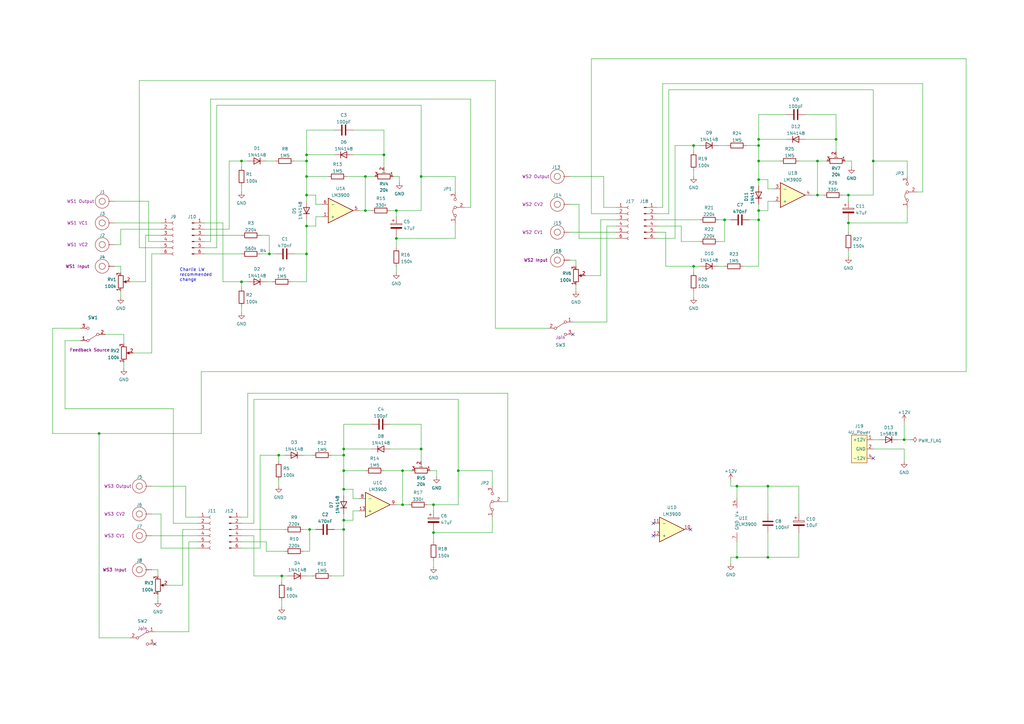
<source format=kicad_sch>
(kicad_sch (version 20211123) (generator eeschema)
  (paper "A3")
  (junction (at 370.84 180.34))
  (junction (at 99.06 66.04))
  (junction (at 149.86 72.39))
  (junction (at 127 217.17))
  (junction (at 162.56 97.79))
  (junction (at 311.15 86.36))
  (junction (at 110.49 104.14))
  (junction (at 165.1 207.01))
  (junction (at 125.73 80.01))
  (junction (at 335.28 66.04))
  (junction (at 172.72 184.15))
  (junction (at 311.15 66.04))
  (junction (at 40.64 177.8))
  (junction (at 342.9 57.15))
  (junction (at 335.28 80.01))
  (junction (at 115.57 236.22))
  (junction (at 302.26 228.6))
  (junction (at 99.06 115.57))
  (junction (at 114.3 186.69))
  (junction (at 177.8 207.01))
  (junction (at 311.15 73.66))
  (junction (at 149.86 86.36))
  (junction (at 140.97 184.15))
  (junction (at 311.15 59.69))
  (junction (at 162.56 86.36))
  (junction (at 125.73 63.5))
  (junction (at 347.98 91.44))
  (junction (at 157.48 63.5))
  (junction (at 284.48 59.69))
  (junction (at 125.73 92.71))
  (junction (at 177.8 218.44))
  (junction (at 125.73 72.39))
  (junction (at 311.15 57.15))
  (junction (at 311.15 90.17))
  (junction (at 314.96 199.39))
  (junction (at 358.14 66.04))
  (junction (at 125.73 104.14))
  (junction (at 140.97 200.66))
  (junction (at 187.96 193.04))
  (junction (at 140.97 186.69))
  (junction (at 302.26 199.39))
  (junction (at 140.97 193.04))
  (junction (at 165.1 193.04))
  (junction (at 140.97 217.17))
  (junction (at 140.97 213.36))
  (junction (at 314.96 228.6))
  (junction (at 284.48 109.22))
  (junction (at 125.73 66.04))
  (junction (at 172.72 72.39))
  (junction (at 347.98 80.01))
  (junction (at 297.18 90.17))
  (no_connect (at 267.97 219.71))
  (no_connect (at 267.97 214.63))
  (no_connect (at 283.21 217.17))
  (no_connect (at 358.14 187.96))
  (no_connect (at 234.95 137.16))
  (no_connect (at 63.5 264.16))
  (wire (pts (xy 129.54 80.01) (xy 129.54 83.82)))
  (wire (pts (xy 46.99 82.55) (xy 60.96 82.55)))
  (wire (pts (xy 177.8 218.44) (xy 177.8 222.25)))
  (wire (pts (xy 165.1 207.01) (xy 167.64 207.01)))
  (wire (pts (xy 236.22 116.84) (xy 236.22 119.38)))
  (wire (pts (xy 172.72 72.39) (xy 172.72 43.18)))
  (wire (pts (xy 88.9 43.18) (xy 88.9 101.6)))
  (wire (pts (xy 144.78 209.55) (xy 144.78 213.36)))
  (wire (pts (xy 284.48 69.85) (xy 284.48 72.39)))
  (wire (pts (xy 140.97 210.82) (xy 140.97 213.36)))
  (wire (pts (xy 172.72 43.18) (xy 88.9 43.18)))
  (wire (pts (xy 115.57 246.38) (xy 115.57 248.92)))
  (wire (pts (xy 284.48 109.22) (xy 287.02 109.22)))
  (wire (pts (xy 302.26 199.39) (xy 302.26 204.47)))
  (wire (pts (xy 46.99 109.22) (xy 49.53 109.22)))
  (wire (pts (xy 187.96 193.04) (xy 201.93 193.04)))
  (wire (pts (xy 370.84 180.34) (xy 370.84 172.72)))
  (wire (pts (xy 358.14 66.04) (xy 372.11 66.04)))
  (wire (pts (xy 274.32 36.83) (xy 274.32 87.63)))
  (wire (pts (xy 140.97 186.69) (xy 140.97 193.04)))
  (wire (pts (xy 347.98 91.44) (xy 372.11 91.44)))
  (wire (pts (xy 140.97 203.2) (xy 140.97 200.66)))
  (wire (pts (xy 162.56 207.01) (xy 165.1 207.01)))
  (wire (pts (xy 125.73 82.55) (xy 125.73 80.01)))
  (wire (pts (xy 99.06 217.17) (xy 116.84 217.17)))
  (wire (pts (xy 311.15 73.66) (xy 314.96 73.66)))
  (wire (pts (xy 242.57 87.63) (xy 252.73 87.63)))
  (wire (pts (xy 99.06 115.57) (xy 101.6 115.57)))
  (wire (pts (xy 50.8 137.16) (xy 50.8 140.97)))
  (wire (pts (xy 57.15 101.6) (xy 66.04 101.6)))
  (wire (pts (xy 157.48 63.5) (xy 157.48 68.58)))
  (wire (pts (xy 74.93 217.17) (xy 74.93 240.03)))
  (wire (pts (xy 396.24 24.13) (xy 396.24 152.4)))
  (wire (pts (xy 347.98 91.44) (xy 347.98 95.25)))
  (wire (pts (xy 40.64 177.8) (xy 82.55 177.8)))
  (wire (pts (xy 83.82 91.44) (xy 91.44 91.44)))
  (wire (pts (xy 140.97 217.17) (xy 137.16 217.17)))
  (wire (pts (xy 144.78 63.5) (xy 157.48 63.5)))
  (wire (pts (xy 162.56 97.79) (xy 162.56 101.6)))
  (wire (pts (xy 99.06 125.73) (xy 99.06 128.27)))
  (wire (pts (xy 140.97 193.04) (xy 149.86 193.04)))
  (wire (pts (xy 311.15 59.69) (xy 311.15 66.04)))
  (wire (pts (xy 49.53 100.33) (xy 49.53 93.98)))
  (wire (pts (xy 62.23 233.68) (xy 64.77 233.68)))
  (wire (pts (xy 125.73 63.5) (xy 137.16 63.5)))
  (wire (pts (xy 40.64 261.62) (xy 53.34 261.62)))
  (wire (pts (xy 71.12 214.63) (xy 81.28 214.63)))
  (wire (pts (xy 99.06 76.2) (xy 99.06 78.74)))
  (wire (pts (xy 124.46 186.69) (xy 128.27 186.69)))
  (wire (pts (xy 119.38 115.57) (xy 125.73 115.57)))
  (wire (pts (xy 59.69 96.52) (xy 59.69 115.57)))
  (wire (pts (xy 99.06 219.71) (xy 104.14 219.71)))
  (wire (pts (xy 276.86 97.79) (xy 269.24 97.79)))
  (wire (pts (xy 104.14 163.83) (xy 104.14 214.63)))
  (wire (pts (xy 140.97 173.99) (xy 140.97 184.15)))
  (wire (pts (xy 43.18 137.16) (xy 50.8 137.16)))
  (wire (pts (xy 127 217.17) (xy 129.54 217.17)))
  (wire (pts (xy 91.44 115.57) (xy 99.06 115.57)))
  (wire (pts (xy 140.97 236.22) (xy 140.97 217.17)))
  (wire (pts (xy 91.44 91.44) (xy 91.44 115.57)))
  (wire (pts (xy 358.14 180.34) (xy 360.68 180.34)))
  (wire (pts (xy 358.14 66.04) (xy 358.14 36.83)))
  (wire (pts (xy 330.2 57.15) (xy 342.9 57.15)))
  (wire (pts (xy 160.02 173.99) (xy 172.72 173.99)))
  (wire (pts (xy 152.4 173.99) (xy 140.97 173.99)))
  (wire (pts (xy 284.48 59.69) (xy 284.48 62.23)))
  (wire (pts (xy 297.18 90.17) (xy 299.72 90.17)))
  (wire (pts (xy 236.22 106.68) (xy 236.22 109.22)))
  (wire (pts (xy 132.08 88.9) (xy 129.54 88.9)))
  (wire (pts (xy 74.93 217.17) (xy 81.28 217.17)))
  (wire (pts (xy 115.57 236.22) (xy 118.11 236.22)))
  (wire (pts (xy 76.2 212.09) (xy 81.28 212.09)))
  (wire (pts (xy 314.96 82.55) (xy 314.96 86.36)))
  (wire (pts (xy 162.56 96.52) (xy 162.56 97.79)))
  (wire (pts (xy 311.15 86.36) (xy 311.15 90.17)))
  (wire (pts (xy 284.48 59.69) (xy 287.02 59.69)))
  (wire (pts (xy 347.98 80.01) (xy 347.98 82.55)))
  (wire (pts (xy 135.89 236.22) (xy 140.97 236.22)))
  (wire (pts (xy 372.11 91.44) (xy 372.11 85.09)))
  (wire (pts (xy 246.38 90.17) (xy 252.73 90.17)))
  (wire (pts (xy 172.72 184.15) (xy 172.72 189.23)))
  (wire (pts (xy 247.65 85.09) (xy 252.73 85.09)))
  (wire (pts (xy 335.28 80.01) (xy 337.82 80.01)))
  (wire (pts (xy 57.15 33.02) (xy 57.15 101.6)))
  (wire (pts (xy 311.15 57.15) (xy 311.15 59.69)))
  (wire (pts (xy 187.96 207.01) (xy 187.96 193.04)))
  (wire (pts (xy 157.48 193.04) (xy 165.1 193.04)))
  (wire (pts (xy 129.54 92.71) (xy 125.73 92.71)))
  (wire (pts (xy 242.57 24.13) (xy 396.24 24.13)))
  (wire (pts (xy 144.78 213.36) (xy 140.97 213.36)))
  (wire (pts (xy 125.73 236.22) (xy 128.27 236.22)))
  (wire (pts (xy 314.96 218.44) (xy 314.96 228.6)))
  (wire (pts (xy 311.15 57.15) (xy 322.58 57.15)))
  (wire (pts (xy 114.3 186.69) (xy 114.3 189.23)))
  (wire (pts (xy 358.14 184.15) (xy 370.84 184.15)))
  (wire (pts (xy 106.68 224.79) (xy 99.06 224.79)))
  (wire (pts (xy 299.72 228.6) (xy 299.72 231.14)))
  (wire (pts (xy 160.02 86.36) (xy 162.56 86.36)))
  (wire (pts (xy 187.96 163.83) (xy 104.14 163.83)))
  (wire (pts (xy 314.96 199.39) (xy 327.66 199.39)))
  (wire (pts (xy 233.68 95.25) (xy 252.73 95.25)))
  (wire (pts (xy 284.48 119.38) (xy 284.48 121.92)))
  (wire (pts (xy 172.72 72.39) (xy 186.69 72.39)))
  (wire (pts (xy 304.8 109.22) (xy 311.15 109.22)))
  (wire (pts (xy 59.69 96.52) (xy 66.04 96.52)))
  (wire (pts (xy 186.69 97.79) (xy 186.69 91.44)))
  (wire (pts (xy 322.58 46.99) (xy 311.15 46.99)))
  (wire (pts (xy 86.36 40.64) (xy 86.36 99.06)))
  (wire (pts (xy 49.53 109.22) (xy 49.53 111.76)))
  (wire (pts (xy 203.2 33.02) (xy 203.2 134.62)))
  (wire (pts (xy 54.61 144.78) (xy 62.23 144.78)))
  (wire (pts (xy 233.68 72.39) (xy 247.65 72.39)))
  (wire (pts (xy 93.98 66.04) (xy 99.06 66.04)))
  (wire (pts (xy 106.68 186.69) (xy 114.3 186.69)))
  (wire (pts (xy 162.56 86.36) (xy 162.56 88.9)))
  (wire (pts (xy 83.82 93.98) (xy 93.98 93.98)))
  (wire (pts (xy 26.67 167.64) (xy 26.67 139.7)))
  (wire (pts (xy 66.04 210.82) (xy 66.04 224.79)))
  (wire (pts (xy 77.47 222.25) (xy 81.28 222.25)))
  (wire (pts (xy 269.24 92.71) (xy 279.4 92.71)))
  (wire (pts (xy 53.34 115.57) (xy 59.69 115.57)))
  (wire (pts (xy 242.57 87.63) (xy 242.57 24.13)))
  (wire (pts (xy 104.14 219.71) (xy 104.14 236.22)))
  (wire (pts (xy 68.58 240.03) (xy 74.93 240.03)))
  (wire (pts (xy 110.49 104.14) (xy 113.03 104.14)))
  (wire (pts (xy 311.15 66.04) (xy 320.04 66.04)))
  (wire (pts (xy 106.68 104.14) (xy 110.49 104.14)))
  (wire (pts (xy 294.64 109.22) (xy 297.18 109.22)))
  (wire (pts (xy 335.28 66.04) (xy 335.28 80.01)))
  (wire (pts (xy 276.86 59.69) (xy 276.86 97.79)))
  (wire (pts (xy 40.64 261.62) (xy 40.64 177.8)))
  (wire (pts (xy 62.23 199.39) (xy 76.2 199.39)))
  (wire (pts (xy 349.25 66.04) (xy 346.71 66.04)))
  (wire (pts (xy 124.46 217.17) (xy 127 217.17)))
  (wire (pts (xy 99.06 115.57) (xy 99.06 118.11)))
  (wire (pts (xy 370.84 184.15) (xy 370.84 189.23)))
  (wire (pts (xy 140.97 193.04) (xy 140.97 200.66)))
  (wire (pts (xy 71.12 167.64) (xy 26.67 167.64)))
  (wire (pts (xy 311.15 109.22) (xy 311.15 90.17)))
  (wire (pts (xy 163.83 72.39) (xy 161.29 72.39)))
  (wire (pts (xy 271.78 34.29) (xy 378.46 34.29)))
  (wire (pts (xy 149.86 86.36) (xy 152.4 86.36)))
  (wire (pts (xy 271.78 85.09) (xy 271.78 34.29)))
  (wire (pts (xy 104.14 236.22) (xy 115.57 236.22)))
  (wire (pts (xy 314.96 86.36) (xy 311.15 86.36)))
  (wire (pts (xy 248.92 92.71) (xy 252.73 92.71)))
  (wire (pts (xy 157.48 53.34) (xy 157.48 63.5)))
  (wire (pts (xy 302.26 228.6) (xy 314.96 228.6)))
  (wire (pts (xy 62.23 104.14) (xy 66.04 104.14)))
  (wire (pts (xy 144.78 53.34) (xy 157.48 53.34)))
  (wire (pts (xy 57.15 33.02) (xy 203.2 33.02)))
  (wire (pts (xy 327.66 218.44) (xy 327.66 228.6)))
  (wire (pts (xy 190.5 85.09) (xy 193.04 85.09)))
  (wire (pts (xy 62.23 104.14) (xy 62.23 144.78)))
  (wire (pts (xy 314.96 73.66) (xy 314.96 77.47)))
  (wire (pts (xy 64.77 233.68) (xy 64.77 236.22)))
  (wire (pts (xy 269.24 95.25) (xy 273.05 95.25)))
  (wire (pts (xy 342.9 46.99) (xy 342.9 57.15)))
  (wire (pts (xy 125.73 66.04) (xy 125.73 72.39)))
  (wire (pts (xy 49.53 93.98) (xy 66.04 93.98)))
  (wire (pts (xy 142.24 72.39) (xy 149.86 72.39)))
  (wire (pts (xy 147.32 209.55) (xy 144.78 209.55)))
  (wire (pts (xy 294.64 59.69) (xy 298.45 59.69)))
  (wire (pts (xy 99.06 214.63) (xy 104.14 214.63)))
  (wire (pts (xy 297.18 90.17) (xy 297.18 99.06)))
  (wire (pts (xy 179.07 195.58) (xy 179.07 193.04)))
  (wire (pts (xy 21.59 134.62) (xy 33.02 134.62)))
  (wire (pts (xy 240.03 113.03) (xy 246.38 113.03)))
  (wire (pts (xy 311.15 90.17) (xy 307.34 90.17)))
  (wire (pts (xy 179.07 193.04) (xy 176.53 193.04)))
  (wire (pts (xy 233.68 106.68) (xy 236.22 106.68)))
  (wire (pts (xy 147.32 86.36) (xy 149.86 86.36)))
  (wire (pts (xy 233.68 83.82) (xy 237.49 83.82)))
  (wire (pts (xy 140.97 213.36) (xy 140.97 217.17)))
  (wire (pts (xy 99.06 212.09) (xy 101.6 212.09)))
  (wire (pts (xy 124.46 226.06) (xy 127 226.06)))
  (wire (pts (xy 284.48 109.22) (xy 284.48 111.76)))
  (wire (pts (xy 109.22 226.06) (xy 116.84 226.06)))
  (wire (pts (xy 46.99 91.44) (xy 66.04 91.44)))
  (wire (pts (xy 335.28 66.04) (xy 339.09 66.04)))
  (wire (pts (xy 106.68 96.52) (xy 110.49 96.52)))
  (wire (pts (xy 347.98 90.17) (xy 347.98 91.44)))
  (wire (pts (xy 237.49 83.82) (xy 237.49 97.79)))
  (wire (pts (xy 127 217.17) (xy 127 226.06)))
  (wire (pts (xy 187.96 193.04) (xy 187.96 163.83)))
  (wire (pts (xy 46.99 100.33) (xy 49.53 100.33)))
  (wire (pts (xy 99.06 222.25) (xy 109.22 222.25)))
  (wire (pts (xy 358.14 80.01) (xy 358.14 66.04)))
  (wire (pts (xy 144.78 200.66) (xy 144.78 204.47)))
  (wire (pts (xy 40.64 177.8) (xy 21.59 177.8)))
  (wire (pts (xy 294.64 99.06) (xy 297.18 99.06)))
  (wire (pts (xy 203.2 134.62) (xy 224.79 134.62)))
  (wire (pts (xy 314.96 228.6) (xy 327.66 228.6)))
  (wire (pts (xy 101.6 212.09) (xy 101.6 161.29)))
  (wire (pts (xy 317.5 82.55) (xy 314.96 82.55)))
  (wire (pts (xy 358.14 36.83) (xy 274.32 36.83)))
  (wire (pts (xy 125.73 53.34) (xy 125.73 63.5)))
  (wire (pts (xy 378.46 34.29) (xy 378.46 78.74)))
  (wire (pts (xy 135.89 186.69) (xy 140.97 186.69)))
  (wire (pts (xy 125.73 90.17) (xy 125.73 92.71)))
  (wire (pts (xy 83.82 104.14) (xy 99.06 104.14)))
  (wire (pts (xy 332.74 80.01) (xy 335.28 80.01)))
  (wire (pts (xy 49.53 119.38) (xy 49.53 121.92)))
  (wire (pts (xy 269.24 85.09) (xy 271.78 85.09)))
  (wire (pts (xy 140.97 184.15) (xy 152.4 184.15)))
  (wire (pts (xy 208.28 161.29) (xy 208.28 205.74)))
  (wire (pts (xy 177.8 207.01) (xy 177.8 209.55)))
  (wire (pts (xy 99.06 66.04) (xy 101.6 66.04)))
  (wire (pts (xy 66.04 224.79) (xy 81.28 224.79)))
  (wire (pts (xy 106.68 186.69) (xy 106.68 224.79)))
  (wire (pts (xy 269.24 90.17) (xy 287.02 90.17)))
  (wire (pts (xy 370.84 180.34) (xy 373.38 180.34)))
  (wire (pts (xy 177.8 218.44) (xy 201.93 218.44)))
  (wire (pts (xy 120.65 104.14) (xy 125.73 104.14)))
  (wire (pts (xy 82.55 152.4) (xy 396.24 152.4)))
  (wire (pts (xy 114.3 186.69) (xy 116.84 186.69)))
  (wire (pts (xy 327.66 199.39) (xy 327.66 210.82)))
  (wire (pts (xy 311.15 46.99) (xy 311.15 57.15)))
  (wire (pts (xy 175.26 207.01) (xy 177.8 207.01)))
  (wire (pts (xy 368.3 180.34) (xy 370.84 180.34)))
  (wire (pts (xy 140.97 200.66) (xy 144.78 200.66)))
  (wire (pts (xy 247.65 72.39) (xy 247.65 85.09)))
  (wire (pts (xy 125.73 104.14) (xy 125.73 115.57)))
  (wire (pts (xy 77.47 222.25) (xy 77.47 259.08)))
  (wire (pts (xy 299.72 228.6) (xy 302.26 228.6)))
  (wire (pts (xy 21.59 177.8) (xy 21.59 134.62)))
  (wire (pts (xy 345.44 80.01) (xy 347.98 80.01)))
  (wire (pts (xy 114.3 196.85) (xy 114.3 199.39)))
  (wire (pts (xy 88.9 101.6) (xy 83.82 101.6)))
  (wire (pts (xy 109.22 66.04) (xy 113.03 66.04)))
  (wire (pts (xy 314.96 199.39) (xy 314.96 210.82)))
  (wire (pts (xy 311.15 83.82) (xy 311.15 86.36)))
  (wire (pts (xy 302.26 222.25) (xy 302.26 228.6)))
  (wire (pts (xy 149.86 72.39) (xy 149.86 86.36)))
  (wire (pts (xy 82.55 177.8) (xy 82.55 152.4)))
  (wire (pts (xy 132.08 83.82) (xy 129.54 83.82)))
  (wire (pts (xy 237.49 97.79) (xy 252.73 97.79)))
  (wire (pts (xy 248.92 92.71) (xy 248.92 132.08)))
  (wire (pts (xy 165.1 193.04) (xy 165.1 207.01)))
  (wire (pts (xy 162.56 109.22) (xy 162.56 111.76)))
  (wire (pts (xy 177.8 217.17) (xy 177.8 218.44)))
  (wire (pts (xy 115.57 236.22) (xy 115.57 238.76)))
  (wire (pts (xy 234.95 132.08) (xy 248.92 132.08)))
  (wire (pts (xy 160.02 184.15) (xy 172.72 184.15)))
  (wire (pts (xy 306.07 59.69) (xy 311.15 59.69)))
  (wire (pts (xy 60.96 82.55) (xy 60.96 99.06)))
  (wire (pts (xy 63.5 259.08) (xy 77.47 259.08)))
  (wire (pts (xy 246.38 90.17) (xy 246.38 113.03)))
  (wire (pts (xy 311.15 66.04) (xy 311.15 73.66)))
  (wire (pts (xy 299.72 199.39) (xy 302.26 199.39)))
  (wire (pts (xy 50.8 148.59) (xy 50.8 151.13)))
  (wire (pts (xy 375.92 78.74) (xy 378.46 78.74)))
  (wire (pts (xy 140.97 184.15) (xy 140.97 186.69)))
  (wire (pts (xy 149.86 72.39) (xy 153.67 72.39)))
  (wire (pts (xy 109.22 115.57) (xy 111.76 115.57)))
  (wire (pts (xy 205.74 205.74) (xy 208.28 205.74)))
  (wire (pts (xy 299.72 196.85) (xy 299.72 199.39)))
  (wire (pts (xy 201.93 218.44) (xy 201.93 212.09)))
  (wire (pts (xy 193.04 40.64) (xy 193.04 85.09)))
  (wire (pts (xy 172.72 86.36) (xy 172.72 72.39)))
  (wire (pts (xy 172.72 173.99) (xy 172.72 184.15)))
  (wire (pts (xy 163.83 74.93) (xy 163.83 72.39)))
  (wire (pts (xy 125.73 92.71) (xy 125.73 104.14)))
  (wire (pts (xy 294.64 90.17) (xy 297.18 90.17)))
  (wire (pts (xy 349.25 68.58) (xy 349.25 66.04)))
  (wire (pts (xy 99.06 66.04) (xy 99.06 68.58)))
  (wire (pts (xy 62.23 219.71) (xy 81.28 219.71)))
  (wire (pts (xy 125.73 80.01) (xy 129.54 80.01)))
  (wire (pts (xy 177.8 229.87) (xy 177.8 232.41)))
  (wire (pts (xy 177.8 207.01) (xy 187.96 207.01)))
  (wire (pts (xy 60.96 99.06) (xy 66.04 99.06)))
  (wire (pts (xy 162.56 97.79) (xy 186.69 97.79)))
  (wire (pts (xy 327.66 66.04) (xy 335.28 66.04)))
  (wire (pts (xy 93.98 66.04) (xy 93.98 93.98)))
  (wire (pts (xy 372.11 66.04) (xy 372.11 72.39)))
  (wire (pts (xy 125.73 63.5) (xy 125.73 66.04)))
  (wire (pts (xy 162.56 86.36) (xy 172.72 86.36)))
  (wire (pts (xy 186.69 72.39) (xy 186.69 78.74)))
  (wire (pts (xy 273.05 95.25) (xy 273.05 109.22)))
  (wire (pts (xy 62.23 210.82) (xy 66.04 210.82)))
  (wire (pts (xy 125.73 72.39) (xy 125.73 80.01)))
  (wire (pts (xy 342.9 57.15) (xy 342.9 62.23)))
  (wire (pts (xy 125.73 72.39) (xy 134.62 72.39)))
  (wire (pts (xy 279.4 92.71) (xy 279.4 99.06)))
  (wire (pts (xy 302.26 199.39) (xy 314.96 199.39)))
  (wire (pts (xy 147.32 204.47) (xy 144.78 204.47)))
  (wire (pts (xy 76.2 199.39) (xy 76.2 212.09)))
  (wire (pts (xy 347.98 102.87) (xy 347.98 105.41)))
  (wire (pts (xy 26.67 139.7) (xy 33.02 139.7)))
  (wire (pts (xy 137.16 53.34) (xy 125.73 53.34)))
  (wire (pts (xy 279.4 99.06) (xy 287.02 99.06)))
  (wire (pts (xy 71.12 167.64) (xy 71.12 214.63)))
  (wire (pts (xy 273.05 109.22) (xy 284.48 109.22)))
  (wire (pts (xy 83.82 96.52) (xy 99.06 96.52)))
  (wire (pts (xy 86.36 99.06) (xy 83.82 99.06)))
  (wire (pts (xy 86.36 40.64) (xy 193.04 40.64)))
  (wire (pts (xy 64.77 243.84) (xy 64.77 246.38)))
  (wire (pts (xy 317.5 77.47) (xy 314.96 77.47)))
  (wire (pts (xy 276.86 59.69) (xy 284.48 59.69)))
  (wire (pts (xy 269.24 87.63) (xy 274.32 87.63)))
  (wire (pts (xy 120.65 66.04) (xy 125.73 66.04)))
  (wire (pts (xy 201.93 193.04) (xy 201.93 199.39)))
  (wire (pts (xy 330.2 46.99) (xy 342.9 46.99)))
  (wire (pts (xy 165.1 193.04) (xy 168.91 193.04)))
  (wire (pts (xy 101.6 161.29) (xy 208.28 161.29)))
  (wire (pts (xy 311.15 76.2) (xy 311.15 73.66)))
  (wire (pts (xy 129.54 88.9) (xy 129.54 92.71)))
  (wire (pts (xy 110.49 104.14) (xy 110.49 96.52)))
  (wire (pts (xy 109.22 222.25) (xy 109.22 226.06)))
  (wire (pts (xy 347.98 80.01) (xy 358.14 80.01)))
  (text "Charlie LW\nrecommended\nchange" (at 73.66 115.57 0) (effects (font (size 1.27 1.27)) (justify left bottom)))
  (symbol (lib_id "power:GND") (at 236.22 119.38 0) (unit 1)
    (property "Reference" "#PWR012" (effects hide))
    (property "Value" "GND" (at 236.22 123.9425 0))
  )
  (symbol (lib_id "Switch:SW_SPDT") (at 229.87 134.62 0) (unit 1)
    (property "Reference" "SW3" (at 229.87 141.5075 0))
    (property "Value" "SW_SPDT" (effects hide))
    (property "Footprint" "rumblesan-standard-parts:Toggle_Switch_100SP1T1B3M2QE" (effects hide))
    (property "Name" "Join" (at 229.87 138.43 0))
  )
  (symbol (lib_id "rumblesan-standard-parts:R") (at 323.85 66.04 270) (unit 1)
    (property "Reference" "R25" (at 323.85 61.0575 90))
    (property "Value" "1M5" (at 323.85 63.8326 90))
    (property "Footprint" "rumblesan-standard-parts:R_Axial_DIN0207_L6.3mm_D2.5mm_P10.16mm_Horizontal" (effects hide))
    (property "Tolerance" "1%" (effects hide))
    (property "Power" "0.5W" (effects hide))
    (property "Spec" "metal film" (effects hide))
  )
  (symbol (lib_id "power:PWR_FLAG") (at 373.38 180.34 270) (unit 1)
    (property "Reference" "#FLG01" (effects hide))
    (property "Value" "PWR_FLAG" (at 376.555 180.7738 90) (effects (justify left)))
  )
  (symbol (lib_id "Device:D") (at 120.65 186.69 180) (unit 1)
    (property "Reference" "D3" (at 120.65 181.4535 0))
    (property "Value" "1N4148" (at 120.65 184.2286 0))
    (property "Footprint" "rumblesan-standard-parts:D_DO-35_SOD27_P7.62mm_Horizontal" (effects hide))
  )
  (symbol (lib_id "rumblesan-standard-parts:R") (at 116.84 66.04 270) (unit 1)
    (property "Reference" "R8" (at 116.84 61.0575 90))
    (property "Value" "1M5" (at 116.84 63.8326 90))
    (property "Footprint" "rumblesan-standard-parts:R_Axial_DIN0207_L6.3mm_D2.5mm_P10.16mm_Horizontal" (effects hide))
    (property "Tolerance" "1%" (effects hide))
    (property "Power" "0.5W" (effects hide))
    (property "Spec" "metal film" (effects hide))
  )
  (symbol (lib_id "power:+12V") (at 299.72 196.85 0) (unit 1)
    (property "Reference" "#PWR015" (effects hide))
    (property "Value" "+12V" (at 299.72 193.2455 0))
  )
  (symbol (lib_id "power:GND") (at 347.98 105.41 0) (unit 1)
    (property "Reference" "#PWR017" (effects hide))
    (property "Value" "GND" (at 347.98 109.9725 0))
  )
  (symbol (lib_name "Jumper_3_Bridged12_1") (lib_id "Jumper:Jumper_3_Bridged12") (at 372.11 78.74 90) (unit 1)
    (property "Reference" "JP3" (at 370.84 71.12 90) (effects (justify left)))
    (property "Value" "Jumper_3_Bridged12" (effects hide))
    (property "Footprint" "Connector_PinHeader_2.54mm:PinHeader_1x03_P2.54mm_Vertical" (effects hide))
  )
  (symbol (lib_id "BananaJacks:Banana Socket PanelMount") (at 41.91 100.33 0) (unit 1)
    (property "Reference" "J2" (at 41.91 96.52 0))
    (property "Value" "Banana Socket PanelMount" (effects hide))
    (property "Footprint" "rumblesan-standard-parts:BananaJack_THT_JohnsonCinch_108-09" (effects hide))
    (property "Vendor" "Mouser" (effects hide))
    (property "SKU" "108-0901-1" (effects hide))
    (property "Note" "BananaJack" (effects hide))
    (property "Name" "WS1 VC2" (at 31.75 100.33 0))
  )
  (symbol (lib_id "Connector:Conn_01x06_Male") (at 93.98 217.17 0) (unit 1)
    (property "Reference" "J12" (at 93.98 209.55 0))
    (property "Value" "Conn_01x06_Male" (effects hide))
    (property "Footprint" "Connector_PinHeader_2.54mm:PinHeader_1x06_P2.54mm_Vertical" (effects hide))
  )
  (symbol (lib_id "BananaJacks:Banana Socket PanelMount") (at 57.15 199.39 0) (unit 1)
    (property "Reference" "J5" (at 58.42 195.58 0) (effects (justify right)))
    (property "Value" "Banana Socket PanelMount" (effects hide))
    (property "Footprint" "rumblesan-standard-parts:BananaJack_THT_JohnsonCinch_108-09" (effects hide))
    (property "Vendor" "Mouser" (effects hide))
    (property "SKU" "108-0901-1" (effects hide))
    (property "Note" "BananaJack" (effects hide))
    (property "Name" "WS3 Output" (at 48.26 199.39 0))
  )
  (symbol (lib_id "power:+12V") (at 370.84 172.72 0) (unit 1)
    (property "Reference" "#PWR019" (effects hide))
    (property "Value" "+12V" (at 370.84 169.1155 0))
  )
  (symbol (lib_id "Device:D") (at 121.92 236.22 180) (unit 1)
    (property "Reference" "D4" (at 121.92 230.9835 0))
    (property "Value" "1N4148" (at 121.92 233.7586 0))
    (property "Footprint" "rumblesan-standard-parts:D_DO-35_SOD27_P7.62mm_Horizontal" (effects hide))
  )
  (symbol (lib_id "power:GND") (at 115.57 248.92 0) (unit 1)
    (property "Reference" "#PWR07" (effects hide))
    (property "Value" "GND" (at 115.57 253.4825 0))
  )
  (symbol (lib_id "BananaJacks:Banana Socket PanelMount") (at 57.15 219.71 0) (unit 1)
    (property "Reference" "J7" (at 57.15 215.9 0))
    (property "Value" "Banana Socket PanelMount" (effects hide))
    (property "Footprint" "rumblesan-standard-parts:BananaJack_THT_JohnsonCinch_108-09" (effects hide))
    (property "Vendor" "Mouser" (effects hide))
    (property "SKU" "108-0901-1" (effects hide))
    (property "Note" "BananaJack" (effects hide))
    (property "Name" "WS3 CV1" (at 46.99 219.71 0))
  )
  (symbol (lib_id "power:GND") (at 64.77 246.38 0) (unit 1)
    (property "Reference" "#PWR03" (effects hide))
    (property "Value" "GND" (at 64.77 250.9425 0))
  )
  (symbol (lib_id "rumblesan-standard-parts:R") (at 300.99 109.22 270) (unit 1)
    (property "Reference" "R23" (at 300.99 104.2375 90))
    (property "Value" "1M5" (at 300.99 107.0126 90))
    (property "Footprint" "rumblesan-standard-parts:R_Axial_DIN0207_L6.3mm_D2.5mm_P10.16mm_Horizontal" (effects hide))
    (property "Tolerance" "1%" (effects hide))
    (property "Power" "0.5W" (effects hide))
    (property "Spec" "metal film" (effects hide))
  )
  (symbol (lib_id "power:GND") (at 284.48 72.39 0) (unit 1)
    (property "Reference" "#PWR013" (effects hide))
    (property "Value" "GND" (at 284.48 76.9525 0))
  )
  (symbol (lib_id "BananaJacks:Banana Socket PanelMount") (at 228.6 95.25 0) (unit 1)
    (property "Reference" "J15" (at 228.6 91.44 0))
    (property "Value" "Banana Socket PanelMount" (effects hide))
    (property "Footprint" "rumblesan-standard-parts:BananaJack_THT_JohnsonCinch_108-09" (effects hide))
    (property "Vendor" "Mouser" (effects hide))
    (property "SKU" "108-0901-1" (effects hide))
    (property "Note" "BananaJack" (effects hide))
    (property "Name" "WS2 CV1" (at 218.44 95.25 0))
  )
  (symbol (lib_id "Connector:Conn_01x06_Female") (at 86.36 217.17 0) (unit 1)
    (property "Reference" "J11" (at 85.09 209.55 0) (effects (justify left)))
    (property "Value" "Conn_01x06_Female" (effects hide))
    (property "Footprint" "Connector_PinSocket_2.54mm:PinSocket_1x06_P2.54mm_Vertical" (effects hide))
  )
  (symbol (lib_id "rumblesan-standard-parts:C") (at 314.96 214.63 0) (unit 1)
    (property "Reference" "C8" (at 317.881 213.7953 0) (effects (justify left)))
    (property "Value" "100nF" (at 317.881 216.3322 0) (effects (justify left)))
    (property "Footprint" "rumblesan-standard-parts:C_Rect_L7.0mm_W3.5mm_P5.00mm" (effects hide))
    (property "Spec" "ceramic C0G" (effects hide))
    (property "Tolerance" "5%" (effects hide))
  )
  (symbol (lib_id "Switch:SW_SPDT") (at 38.1 137.16 180) (unit 1)
    (property "Reference" "SW1" (at 38.1 130.2725 0))
    (property "Value" "SW_SPDT" (effects hide))
    (property "Footprint" "rumblesan-standard-parts:Toggle_Switch_100SP1T1B3M2QE" (effects hide))
    (property "Name" "Feedback Source" (at 36.83 143.51 0))
  )
  (symbol (lib_id "rumblesan-standard-parts:C") (at 116.84 104.14 90) (unit 1)
    (property "Reference" "C1" (at 116.84 98.0145 90))
    (property "Value" "470nF" (at 116.84 100.7896 90))
    (property "Footprint" "rumblesan-standard-parts:C_Rect_L7.0mm_W3.5mm_P5.00mm" (effects hide))
    (property "Spec" "ceramic C0G" (effects hide))
    (property "Tolerance" "5%" (effects hide))
  )
  (symbol (lib_id "BananaJacks:Banana Socket PanelMount") (at 41.91 82.55 0) (unit 1)
    (property "Reference" "J1" (at 43.18 78.74 0) (effects (justify right)))
    (property "Value" "Banana Socket PanelMount" (effects hide))
    (property "Footprint" "rumblesan-standard-parts:BananaJack_THT_JohnsonCinch_108-09" (effects hide))
    (property "Vendor" "Mouser" (effects hide))
    (property "SKU" "108-0901-1" (effects hide))
    (property "Note" "BananaJack" (effects hide))
    (property "Name" "WS1 Output" (at 33.02 82.55 0))
  )
  (symbol (lib_id "rumblesan-standard-parts:R") (at 138.43 72.39 270) (unit 1)
    (property "Reference" "R13" (at 138.43 67.4075 90))
    (property "Value" "1M5" (at 138.43 70.1826 90))
    (property "Footprint" "rumblesan-standard-parts:R_Axial_DIN0207_L6.3mm_D2.5mm_P10.16mm_Horizontal" (effects hide))
    (property "Tolerance" "1%" (effects hide))
    (property "Power" "0.5W" (effects hide))
    (property "Spec" "metal film" (effects hide))
  )
  (symbol (lib_id "Device:D") (at 290.83 59.69 180) (unit 1)
    (property "Reference" "D9" (at 290.83 54.4535 0))
    (property "Value" "1N4148" (at 290.83 57.2286 0))
    (property "Footprint" "rumblesan-standard-parts:D_DO-35_SOD27_P7.62mm_Horizontal" (effects hide))
  )
  (symbol (lib_id "Device:D") (at 156.21 184.15 0) (unit 1)
    (property "Reference" "D8" (at 156.21 178.9135 0))
    (property "Value" "1N4148" (at 156.21 181.6886 0))
    (property "Footprint" "rumblesan-standard-parts:D_DO-35_SOD27_P7.62mm_Horizontal" (effects hide))
  )
  (symbol (lib_id "BananaJacks:Banana Socket PanelMount") (at 41.91 91.44 0) (unit 1)
    (property "Reference" "J3" (at 41.91 87.63 0))
    (property "Value" "Banana Socket PanelMount" (effects hide))
    (property "Footprint" "rumblesan-standard-parts:BananaJack_THT_JohnsonCinch_108-09" (effects hide))
    (property "Vendor" "Mouser" (effects hide))
    (property "SKU" "108-0901-1" (effects hide))
    (property "Note" "BananaJack" (effects hide))
    (property "Name" "WS1 VC1" (at 31.75 91.44 0))
  )
  (symbol (lib_id "power:GND") (at 177.8 232.41 0) (unit 1)
    (property "Reference" "#PWR010" (effects hide))
    (property "Value" "GND" (at 177.8 236.9725 0))
  )
  (symbol (lib_id "rumblesan-standard-parts:R") (at 347.98 99.06 0) (unit 1)
    (property "Reference" "R27" (at 349.758 98.1515 0) (effects (justify left)))
    (property "Value" "150k" (at 349.758 100.9266 0) (effects (justify left)))
    (property "Footprint" "rumblesan-standard-parts:R_Axial_DIN0207_L6.3mm_D2.5mm_P10.16mm_Horizontal" (effects hide))
    (property "Tolerance" "1%" (effects hide))
    (property "Power" "0.5W" (effects hide))
    (property "Spec" "metal film" (effects hide))
  )
  (symbol (lib_id "BananaJacks:Banana Socket PanelMount") (at 228.6 72.39 0) (unit 1)
    (property "Reference" "J13" (at 229.87 68.58 0) (effects (justify right)))
    (property "Value" "Banana Socket PanelMount" (effects hide))
    (property "Footprint" "rumblesan-standard-parts:BananaJack_THT_JohnsonCinch_108-09" (effects hide))
    (property "Vendor" "Mouser" (effects hide))
    (property "SKU" "108-0901-1" (effects hide))
    (property "Note" "BananaJack" (effects hide))
    (property "Name" "WS2 Output" (at 219.71 72.39 0))
  )
  (symbol (lib_id "Device:D") (at 125.73 86.36 90) (unit 1)
    (property "Reference" "D5" (at 120.65 85.09 0) (effects (justify right)))
    (property "Value" "1N4148" (at 123.19 82.55 0) (effects (justify right)))
    (property "Footprint" "rumblesan-standard-parts:D_DO-35_SOD27_P7.62mm_Horizontal" (effects hide))
  )
  (symbol (lib_id "Device:D") (at 140.97 207.01 90) (unit 1)
    (property "Reference" "D7" (at 135.89 205.74 0) (effects (justify right)))
    (property "Value" "1N4148" (at 138.43 203.2 0) (effects (justify right)))
    (property "Footprint" "rumblesan-standard-parts:D_DO-35_SOD27_P7.62mm_Horizontal" (effects hide))
  )
  (symbol (lib_id "rumblesan-standard-parts:R_Potentiometer_Trim") (at 342.9 66.04 270) (mirror x) (unit 1)
    (property "Reference" "RV7" (at 342.9 69.0864 90))
    (property "Value" "20k" (at 342.9 71.6233 90))
    (property "Footprint" "rumblesan-standard-parts:Potentiometer_THT_Bourns_3306P_Vertical" (effects hide))
    (property "Spec" "single turn" (effects hide))
  )
  (symbol (lib_id "BananaJacks:Banana Socket PanelMount") (at 57.15 210.82 0) (unit 1)
    (property "Reference" "J6" (at 57.15 207.01 0))
    (property "Value" "Banana Socket PanelMount" (effects hide))
    (property "Footprint" "rumblesan-standard-parts:BananaJack_THT_JohnsonCinch_108-09" (effects hide))
    (property "Vendor" "Mouser" (effects hide))
    (property "SKU" "108-0901-1" (effects hide))
    (property "Note" "BananaJack" (effects hide))
    (property "Name" "WS3 CV2" (at 46.99 210.82 0))
  )
  (symbol (lib_id "rumblesan-standard-parts:R") (at 120.65 217.17 270) (unit 1)
    (property "Reference" "R9" (at 120.65 212.1875 90))
    (property "Value" "220k" (at 120.65 214.9626 90))
    (property "Footprint" "rumblesan-standard-parts:R_Axial_DIN0207_L6.3mm_D2.5mm_P10.16mm_Horizontal" (effects hide))
    (property "Tolerance" "1%" (effects hide))
    (property "Power" "0.5W" (effects hide))
    (property "Spec" "metal film" (effects hide))
  )
  (symbol (lib_id "rumblesan-standard-parts:R") (at 132.08 236.22 270) (unit 1)
    (property "Reference" "R11" (at 132.08 231.2375 90))
    (property "Value" "1M5" (at 132.08 234.0126 90))
    (property "Footprint" "rumblesan-standard-parts:R_Axial_DIN0207_L6.3mm_D2.5mm_P10.16mm_Horizontal" (effects hide))
    (property "Tolerance" "1%" (effects hide))
    (property "Power" "0.5W" (effects hide))
    (property "Spec" "metal film" (effects hide))
  )
  (symbol (lib_id "OpAmps:LM3900") (at 154.94 207.01 0) (mirror x) (unit 3)
    (property "Reference" "U1" (at 154.94 197.9635 0))
    (property "Value" "LM3900" (at 154.94 200.7386 0))
    (property "Footprint" "rumblesan-standard-parts:DIP-14_W7.62mm_Socket" (effects hide))
    (property "Datasheet" "https://www.ti.com/lit/ds/symlink/lm3900.pdf" (effects hide))
  )
  (symbol (lib_id "Connector:Conn_01x06_Male") (at 78.74 96.52 0) (unit 1)
    (property "Reference" "J10" (at 78.74 88.9 0))
    (property "Value" "Conn_01x06_Male" (effects hide))
    (property "Footprint" "Connector_PinHeader_2.54mm:PinHeader_1x06_P2.54mm_Vertical" (effects hide))
  )
  (symbol (lib_id "rumblesan-standard-parts:R") (at 102.87 96.52 270) (unit 1)
    (property "Reference" "R3" (at 102.87 91.5375 90))
    (property "Value" "220k" (at 102.87 94.3126 90))
    (property "Footprint" "rumblesan-standard-parts:R_Axial_DIN0207_L6.3mm_D2.5mm_P10.16mm_Horizontal" (effects hide))
    (property "Tolerance" "1%" (effects hide))
    (property "Power" "0.5W" (effects hide))
    (property "Spec" "metal film" (effects hide))
  )
  (symbol (lib_id "rumblesan-standard-parts:R") (at 290.83 99.06 270) (unit 1)
    (property "Reference" "R22" (at 290.83 94.0775 90))
    (property "Value" "220k" (at 290.83 96.8526 90))
    (property "Footprint" "rumblesan-standard-parts:R_Axial_DIN0207_L6.3mm_D2.5mm_P10.16mm_Horizontal" (effects hide))
    (property "Tolerance" "1%" (effects hide))
    (property "Power" "0.5W" (effects hide))
    (property "Spec" "metal film" (effects hide))
  )
  (symbol (lib_id "power:GND") (at 349.25 68.58 0) (unit 1)
    (property "Reference" "#PWR018" (effects hide))
    (property "Value" "GND" (at 349.25 73.1425 0))
  )
  (symbol (lib_id "power:GND") (at 179.07 195.58 0) (unit 1)
    (property "Reference" "#PWR011" (effects hide))
    (property "Value" "GND" (at 179.07 200.1425 0))
  )
  (symbol (lib_id "Connector:Conn_01x06_Male") (at 264.16 90.17 0) (unit 1)
    (property "Reference" "J18" (at 264.16 82.55 0))
    (property "Value" "Conn_01x06_Male" (effects hide))
    (property "Footprint" "Connector_PinHeader_2.54mm:PinHeader_1x06_P2.54mm_Vertical" (effects hide))
  )
  (symbol (lib_id "rumblesan-standard-parts:R") (at 114.3 193.04 0) (unit 1)
    (property "Reference" "R5" (at 116.078 192.1315 0) (effects (justify left)))
    (property "Value" "100k" (at 116.078 194.9066 0) (effects (justify left)))
    (property "Footprint" "rumblesan-standard-parts:R_Axial_DIN0207_L6.3mm_D2.5mm_P10.16mm_Horizontal" (effects hide))
    (property "Tolerance" "1%" (effects hide))
    (property "Power" "0.5W" (effects hide))
    (property "Spec" "metal film" (effects hide))
  )
  (symbol (lib_id "Device:R_Potentiometer") (at 64.77 240.03 0) (mirror x) (unit 1)
    (property "Reference" "RV3" (at 62.9921 239.1215 0) (effects (justify right)))
    (property "Value" "100k" (at 62.9921 241.8966 0) (effects (justify right)))
    (property "Footprint" "rumblesan-standard-parts:Potentiometer_Alpha_RD901F-40-00D_Single_Vertical" (effects hide))
  )
  (symbol (lib_id "rumblesan-standard-parts:R") (at 132.08 186.69 270) (unit 1)
    (property "Reference" "R12" (at 132.08 181.7075 90))
    (property "Value" "1M5" (at 132.08 184.4826 90))
    (property "Footprint" "rumblesan-standard-parts:R_Axial_DIN0207_L6.3mm_D2.5mm_P10.16mm_Horizontal" (effects hide))
    (property "Tolerance" "1%" (effects hide))
    (property "Power" "0.5W" (effects hide))
    (property "Spec" "metal film" (effects hide))
  )
  (symbol (lib_id "rumblesan-standard-parts:R") (at 102.87 104.14 270) (unit 1)
    (property "Reference" "R4" (at 107.95 102.87 90))
    (property "Value" "560k" (at 102.87 101.9326 90))
    (property "Footprint" "rumblesan-standard-parts:R_Axial_DIN0207_L6.3mm_D2.5mm_P10.16mm_Horizontal" (effects hide))
    (property "Tolerance" "1%" (effects hide))
    (property "Power" "0.5W" (effects hide))
    (property "Spec" "metal film" (effects hide))
  )
  (symbol (lib_id "Connector:Conn_01x06_Female") (at 71.12 96.52 0) (unit 1)
    (property "Reference" "J9" (at 69.85 88.9 0) (effects (justify left)))
    (property "Value" "Conn_01x06_Female" (effects hide))
    (property "Footprint" "Connector_PinSocket_2.54mm:PinSocket_1x06_P2.54mm_Vertical" (effects hide))
  )
  (symbol (lib_id "power:GND") (at 163.83 74.93 0) (unit 1)
    (property "Reference" "#PWR09" (effects hide))
    (property "Value" "GND" (at 163.83 79.4925 0))
  )
  (symbol (lib_id "rumblesan-standard-parts:R") (at 115.57 115.57 270) (unit 1)
    (property "Reference" "R7" (at 115.57 110.5875 90))
    (property "Value" "1M5" (at 115.57 113.3626 90))
    (property "Footprint" "rumblesan-standard-parts:R_Axial_DIN0207_L6.3mm_D2.5mm_P10.16mm_Horizontal" (effects hide))
    (property "Tolerance" "1%" (effects hide))
    (property "Power" "0.5W" (effects hide))
    (property "Spec" "metal film" (effects hide))
  )
  (symbol (lib_id "Device:D") (at 140.97 63.5 0) (unit 1)
    (property "Reference" "D6" (at 140.97 58.2635 0))
    (property "Value" "1N4148" (at 140.97 61.0386 0))
    (property "Footprint" "rumblesan-standard-parts:D_DO-35_SOD27_P7.62mm_Horizontal" (effects hide))
  )
  (symbol (lib_id "rumblesan-standard-parts:R") (at 284.48 115.57 0) (unit 1)
    (property "Reference" "R20" (at 286.258 114.6615 0) (effects (justify left)))
    (property "Value" "100k" (at 286.258 117.4366 0) (effects (justify left)))
    (property "Footprint" "rumblesan-standard-parts:R_Axial_DIN0207_L6.3mm_D2.5mm_P10.16mm_Horizontal" (effects hide))
    (property "Tolerance" "1%" (effects hide))
    (property "Power" "0.5W" (effects hide))
    (property "Spec" "metal film" (effects hide))
  )
  (symbol (lib_id "power:GND") (at 284.48 121.92 0) (unit 1)
    (property "Reference" "#PWR014" (effects hide))
    (property "Value" "GND" (at 284.48 126.4825 0))
  )
  (symbol (lib_id "Device:D") (at 105.41 66.04 180) (unit 1)
    (property "Reference" "D1" (at 105.41 60.8035 0))
    (property "Value" "1N4148" (at 105.41 63.5786 0))
    (property "Footprint" "rumblesan-standard-parts:D_DO-35_SOD27_P7.62mm_Horizontal" (effects hide))
  )
  (symbol (lib_id "power:GND") (at 99.06 128.27 0) (unit 1)
    (property "Reference" "#PWR05" (effects hide))
    (property "Value" "GND" (at 99.06 132.8325 0))
  )
  (symbol (lib_id "rumblesan-standard-parts:R") (at 99.06 121.92 0) (unit 1)
    (property "Reference" "R2" (at 100.838 121.0115 0) (effects (justify left)))
    (property "Value" "100k" (at 100.838 123.7866 0) (effects (justify left)))
    (property "Footprint" "rumblesan-standard-parts:R_Axial_DIN0207_L6.3mm_D2.5mm_P10.16mm_Horizontal" (effects hide))
    (property "Tolerance" "1%" (effects hide))
    (property "Power" "0.5W" (effects hide))
    (property "Spec" "metal film" (effects hide))
  )
  (symbol (lib_id "power:GND") (at 162.56 111.76 0) (unit 1)
    (property "Reference" "#PWR08" (effects hide))
    (property "Value" "GND" (at 162.56 116.3225 0))
  )
  (symbol (lib_id "power:GND") (at 99.06 78.74 0) (unit 1)
    (property "Reference" "#PWR04" (effects hide))
    (property "Value" "GND" (at 99.06 83.3025 0))
  )
  (symbol (lib_id "BananaJacks:Banana Socket PanelMount") (at 57.15 233.68 0) (unit 1)
    (property "Reference" "J8" (at 57.15 229.87 0))
    (property "Value" "Banana Socket PanelMount" (effects hide))
    (property "Footprint" "rumblesan-standard-parts:BananaJack_THT_JohnsonCinch_108-09" (effects hide))
    (property "Vendor" "Mouser" (effects hide))
    (property "SKU" "108-0901-1" (effects hide))
    (property "Note" "BananaJack" (effects hide))
    (property "Name" "WS3 Input" (at 46.99 233.68 0))
  )
  (symbol (lib_id "Device:R_Potentiometer") (at 236.22 113.03 0) (mirror x) (unit 1)
    (property "Reference" "RV6" (at 234.4421 112.1215 0) (effects (justify right)))
    (property "Value" "100k" (at 234.4421 114.8966 0) (effects (justify right)))
    (property "Footprint" "rumblesan-standard-parts:Potentiometer_Alpha_RD901F-40-00D_Single_Vertical" (effects hide))
  )
  (symbol (lib_id "BananaJacks:Banana Socket PanelMount") (at 228.6 106.68 0) (unit 1)
    (property "Reference" "J16" (at 228.6 102.87 0))
    (property "Value" "Banana Socket PanelMount" (effects hide))
    (property "Footprint" "rumblesan-standard-parts:BananaJack_THT_JohnsonCinch_108-09" (effects hide))
    (property "Vendor" "Mouser" (effects hide))
    (property "SKU" "108-0901-1" (effects hide))
    (property "Note" "BananaJack" (effects hide))
    (property "Name" "WS2 Input" (at 219.71 106.68 0))
  )
  (symbol (lib_id "rumblesan-standard-parts:C") (at 140.97 53.34 90) (unit 1)
    (property "Reference" "C3" (at 140.97 47.2145 90))
    (property "Value" "100pF" (at 140.97 49.9896 90))
    (property "Footprint" "rumblesan-standard-parts:C_Rect_L7.0mm_W3.5mm_P5.00mm" (effects hide))
    (property "Spec" "ceramic C0G" (effects hide))
    (property "Tolerance" "5%" (effects hide))
  )
  (symbol (lib_id "power:GND") (at 50.8 151.13 0) (unit 1)
    (property "Reference" "#PWR02" (effects hide))
    (property "Value" "GND" (at 50.8 155.6925 0))
  )
  (symbol (lib_id "power:GND") (at 49.53 121.92 0) (unit 1)
    (property "Reference" "#PWR01" (effects hide))
    (property "Value" "GND" (at 49.53 126.4825 0))
  )
  (symbol (lib_id "Device:R_Potentiometer") (at 49.53 115.57 0) (mirror x) (unit 1)
    (property "Reference" "RV1" (at 47.7521 114.6615 0) (effects (justify right)))
    (property "Value" "100k" (at 47.7521 117.4366 0) (effects (justify right)))
    (property "Footprint" "rumblesan-standard-parts:Potentiometer_Alpha_RD901F-40-00D_Single_Vertical" (effects hide))
  )
  (symbol (lib_id "rumblesan-standard-parts:C") (at 133.35 217.17 90) (unit 1)
    (property "Reference" "C2" (at 133.35 211.0445 90))
    (property "Value" "470nF" (at 133.35 213.8196 90))
    (property "Footprint" "rumblesan-standard-parts:C_Rect_L7.0mm_W3.5mm_P5.00mm" (effects hide))
    (property "Spec" "ceramic C0G" (effects hide))
    (property "Tolerance" "5%" (effects hide))
  )
  (symbol (lib_id "Device:D") (at 364.49 180.34 180) (unit 1)
    (property "Reference" "D13" (at 364.49 175.3702 0))
    (property "Value" "1n5818" (at 364.49 177.9071 0))
    (property "Footprint" "rumblesan-standard-parts:D_DO-41_SOD81_P10.16mm_Horizontal" (effects hide))
  )
  (symbol (lib_id "rumblesan-standard-parts:C_Polarized") (at 347.98 86.36 0) (unit 1)
    (property "Reference" "C11" (at 350.901 84.5625 0) (effects (justify left)))
    (property "Value" "47uF" (at 350.901 87.3376 0) (effects (justify left)))
    (property "Footprint" "rumblesan-standard-parts:CP_Radial_D5.0mm_P2.00mm" (effects hide))
    (property "Spec" "electrolytic" (effects hide))
    (property "Tolerance" "20%" (effects hide))
    (property "Voltage" "50v" (effects hide))
  )
  (symbol (lib_id "rumblesan-standard-parts:R") (at 156.21 86.36 270) (unit 1)
    (property "Reference" "R15" (at 156.21 81.3775 90))
    (property "Value" "330r" (at 156.21 84.1526 90))
    (property "Footprint" "rumblesan-standard-parts:R_Axial_DIN0207_L6.3mm_D2.5mm_P10.16mm_Horizontal" (effects hide))
    (property "Tolerance" "1%" (effects hide))
    (property "Power" "0.5W" (effects hide))
    (property "Spec" "metal film" (effects hide))
  )
  (symbol (lib_id "rumblesan-standard-parts:R_Potentiometer_Trim") (at 157.48 72.39 270) (mirror x) (unit 1)
    (property "Reference" "RV4" (at 157.48 75.4364 90))
    (property "Value" "20k" (at 157.48 77.9733 90))
    (property "Footprint" "rumblesan-standard-parts:Potentiometer_THT_Bourns_3306P_Vertical" (effects hide))
    (property "Spec" "single turn" (effects hide))
  )
  (symbol (lib_id "rumblesan-standard-parts:R") (at 341.63 80.01 270) (unit 1)
    (property "Reference" "R26" (at 341.63 75.0275 90))
    (property "Value" "330r" (at 341.63 77.8026 90))
    (property "Footprint" "rumblesan-standard-parts:R_Axial_DIN0207_L6.3mm_D2.5mm_P10.16mm_Horizontal" (effects hide))
    (property "Tolerance" "1%" (effects hide))
    (property "Power" "0.5W" (effects hide))
    (property "Spec" "metal film" (effects hide))
  )
  (symbol (lib_name "Jumper_3_Bridged12_2") (lib_id "Jumper:Jumper_3_Bridged12") (at 186.69 85.09 90) (unit 1)
    (property "Reference" "JP1" (at 185.42 77.47 90) (effects (justify left)))
    (property "Value" "Jumper_3_Bridged12" (effects hide))
    (property "Footprint" "Connector_PinHeader_2.54mm:PinHeader_1x03_P2.54mm_Vertical" (effects hide))
  )
  (symbol (lib_id "Connector:Conn_01x06_Female") (at 257.81 90.17 0) (unit 1)
    (property "Reference" "J17" (at 256.54 82.55 0) (effects (justify left)))
    (property "Value" "Conn_01x06_Female" (effects hide))
    (property "Footprint" "Connector_PinSocket_2.54mm:PinSocket_1x06_P2.54mm_Vertical" (effects hide))
  )
  (symbol (lib_id "4U_Hardware:4U_Power") (at 351.79 184.15 0) (unit 1)
    (property "Reference" "J19" (at 352.425 174.786 0))
    (property "Value" "4U_Power" (at 352.425 177.3229 0))
    (property "Footprint" "4u-power:4u_Power_Molex_KK-254_P2.54mm" (effects hide))
  )
  (symbol (lib_id "rumblesan-standard-parts:R") (at 153.67 193.04 270) (unit 1)
    (property "Reference" "R14" (at 153.67 188.0575 90))
    (property "Value" "1M5" (at 153.67 190.8326 90))
    (property "Footprint" "rumblesan-standard-parts:R_Axial_DIN0207_L6.3mm_D2.5mm_P10.16mm_Horizontal" (effects hide))
    (property "Tolerance" "1%" (effects hide))
    (property "Power" "0.5W" (effects hide))
    (property "Spec" "metal film" (effects hide))
  )
  (symbol (lib_id "power:GND") (at 370.84 189.23 0) (unit 1)
    (property "Reference" "#PWR020" (effects hide))
    (property "Value" "GND" (at 370.84 193.7925 0))
  )
  (symbol (lib_id "rumblesan-standard-parts:R_Potentiometer_Trim") (at 172.72 193.04 270) (mirror x) (unit 1)
    (property "Reference" "RV5" (at 172.72 196.0864 90))
    (property "Value" "20k" (at 172.72 198.6233 90))
    (property "Footprint" "rumblesan-standard-parts:Potentiometer_THT_Bourns_3306P_Vertical" (effects hide))
    (property "Spec" "single turn" (effects hide))
  )
  (symbol (lib_id "Device:D") (at 290.83 109.22 180) (unit 1)
    (property "Reference" "D10" (at 290.83 103.9835 0))
    (property "Value" "1N4148" (at 290.83 106.7586 0))
    (property "Footprint" "rumblesan-standard-parts:D_DO-35_SOD27_P7.62mm_Horizontal" (effects hide))
  )
  (symbol (lib_id "rumblesan-standard-parts:R") (at 290.83 90.17 270) (unit 1)
    (property "Reference" "R21" (at 290.83 85.1875 90))
    (property "Value" "220k" (at 290.83 87.9626 90))
    (property "Footprint" "rumblesan-standard-parts:R_Axial_DIN0207_L6.3mm_D2.5mm_P10.16mm_Horizontal" (effects hide))
    (property "Tolerance" "1%" (effects hide))
    (property "Power" "0.5W" (effects hide))
    (property "Spec" "metal film" (effects hide))
  )
  (symbol (lib_id "Device:D") (at 311.15 80.01 90) (unit 1)
    (property "Reference" "D11" (at 306.07 78.74 0) (effects (justify right)))
    (property "Value" "1N4148" (at 308.61 76.2 0) (effects (justify right)))
    (property "Footprint" "rumblesan-standard-parts:D_DO-35_SOD27_P7.62mm_Horizontal" (effects hide))
  )
  (symbol (lib_id "BananaJacks:Banana Socket PanelMount") (at 228.6 83.82 0) (unit 1)
    (property "Reference" "J14" (at 228.6 80.01 0))
    (property "Value" "Banana Socket PanelMount" (effects hide))
    (property "Footprint" "rumblesan-standard-parts:BananaJack_THT_JohnsonCinch_108-09" (effects hide))
    (property "Vendor" "Mouser" (effects hide))
    (property "SKU" "108-0901-1" (effects hide))
    (property "Note" "BananaJack" (effects hide))
    (property "Name" "WS2 CV2" (at 218.44 83.82 0))
  )
  (symbol (lib_id "rumblesan-standard-parts:R") (at 171.45 207.01 270) (unit 1)
    (property "Reference" "R17" (at 171.45 202.0275 90))
    (property "Value" "330r" (at 171.45 204.8026 90))
    (property "Footprint" "rumblesan-standard-parts:R_Axial_DIN0207_L6.3mm_D2.5mm_P10.16mm_Horizontal" (effects hide))
    (property "Tolerance" "1%" (effects hide))
    (property "Power" "0.5W" (effects hide))
    (property "Spec" "metal film" (effects hide))
  )
  (symbol (lib_id "Jumper:Jumper_3_Bridged12") (at 201.93 205.74 90) (unit 1)
    (property "Reference" "JP2" (at 200.66 198.12 90) (effects (justify left)))
    (property "Value" "Jumper_3_Bridged12" (effects hide))
    (property "Footprint" "Connector_PinHeader_2.54mm:PinHeader_1x03_P2.54mm_Vertical" (effects hide))
  )
  (symbol (lib_id "Device:D") (at 105.41 115.57 180) (unit 1)
    (property "Reference" "D2" (at 105.41 110.3335 0))
    (property "Value" "1N4148" (at 105.41 113.1086 0))
    (property "Footprint" "rumblesan-standard-parts:D_DO-35_SOD27_P7.62mm_Horizontal" (effects hide))
  )
  (symbol (lib_id "OpAmps:LM3900") (at 275.59 217.17 0) (mirror x) (unit 4)
    (property "Reference" "U1" (at 275.59 208.1235 0))
    (property "Value" "LM3900" (at 275.59 210.8986 0))
    (property "Footprint" "rumblesan-standard-parts:DIP-14_W7.62mm_Socket" (effects hide))
    (property "Datasheet" "https://www.ti.com/lit/ds/symlink/lm3900.pdf" (effects hide))
  )
  (symbol (lib_id "BananaJacks:Banana Socket PanelMount") (at 41.91 109.22 0) (unit 1)
    (property "Reference" "J4" (at 41.91 105.41 0))
    (property "Value" "Banana Socket PanelMount" (effects hide))
    (property "Footprint" "rumblesan-standard-parts:BananaJack_THT_JohnsonCinch_108-09" (effects hide))
    (property "Vendor" "Mouser" (effects hide))
    (property "SKU" "108-0901-1" (effects hide))
    (property "Note" "BananaJack" (effects hide))
    (property "Name" "WS1 Input" (at 31.75 109.22 0))
  )
  (symbol (lib_id "rumblesan-standard-parts:R") (at 162.56 105.41 0) (unit 1)
    (property "Reference" "R16" (at 164.338 104.5015 0) (effects (justify left)))
    (property "Value" "150k" (at 164.338 107.2766 0) (effects (justify left)))
    (property "Footprint" "rumblesan-standard-parts:R_Axial_DIN0207_L6.3mm_D2.5mm_P10.16mm_Horizontal" (effects hide))
    (property "Tolerance" "1%" (effects hide))
    (property "Power" "0.5W" (effects hide))
    (property "Spec" "metal film" (effects hide))
  )
  (symbol (lib_id "rumblesan-standard-parts:C_Polarized") (at 327.66 214.63 0) (unit 1)
    (property "Reference" "C10" (at 330.581 212.9063 0) (effects (justify left)))
    (property "Value" "10uF" (at 330.581 215.4432 0) (effects (justify left)))
    (property "Footprint" "rumblesan-standard-parts:CP_Radial_D5.0mm_P2.00mm" (effects hide))
    (property "Spec" "electrolytic" (effects hide))
    (property "Tolerance" "20%" (effects hide))
    (property "Voltage" "50v" (effects hide))
  )
  (symbol (lib_id "power:GND") (at 114.3 199.39 0) (unit 1)
    (property "Reference" "#PWR06" (effects hide))
    (property "Value" "GND" (at 114.3 203.9525 0))
  )
  (symbol (lib_id "Device:R_Potentiometer") (at 50.8 144.78 0) (mirror x) (unit 1)
    (property "Reference" "RV2" (at 49.0221 143.8715 0) (effects (justify right)))
    (property "Value" "100k" (at 49.0221 146.6466 0) (effects (justify right)))
    (property "Footprint" "rumblesan-standard-parts:Potentiometer_Alpha_RD901F-40-00D_Single_Vertical" (effects hide))
  )
  (symbol (lib_id "rumblesan-standard-parts:R") (at 302.26 59.69 270) (unit 1)
    (property "Reference" "R24" (at 302.26 54.7075 90))
    (property "Value" "1M5" (at 302.26 57.4826 90))
    (property "Footprint" "rumblesan-standard-parts:R_Axial_DIN0207_L6.3mm_D2.5mm_P10.16mm_Horizontal" (effects hide))
    (property "Tolerance" "1%" (effects hide))
    (property "Power" "0.5W" (effects hide))
    (property "Spec" "metal film" (effects hide))
  )
  (symbol (lib_id "rumblesan-standard-parts:R") (at 284.48 66.04 0) (unit 1)
    (property "Reference" "R19" (at 286.258 65.1315 0) (effects (justify left)))
    (property "Value" "100k" (at 286.258 67.9066 0) (effects (justify left)))
    (property "Footprint" "rumblesan-standard-parts:R_Axial_DIN0207_L6.3mm_D2.5mm_P10.16mm_Horizontal" (effects hide))
    (property "Tolerance" "1%" (effects hide))
    (property "Power" "0.5W" (effects hide))
    (property "Spec" "metal film" (effects hide))
  )
  (symbol (lib_id "power:GND") (at 299.72 231.14 0) (unit 1)
    (property "Reference" "#PWR016" (effects hide))
    (property "Value" "GND" (at 299.72 235.7025 0))
  )
  (symbol (lib_id "rumblesan-standard-parts:R") (at 177.8 226.06 0) (unit 1)
    (property "Reference" "R18" (at 179.578 225.1515 0) (effects (justify left)))
    (property "Value" "150k" (at 179.578 227.9266 0) (effects (justify left)))
    (property "Footprint" "rumblesan-standard-parts:R_Axial_DIN0207_L6.3mm_D2.5mm_P10.16mm_Horizontal" (effects hide))
    (property "Tolerance" "1%" (effects hide))
    (property "Power" "0.5W" (effects hide))
    (property "Spec" "metal film" (effects hide))
  )
  (symbol (lib_id "rumblesan-standard-parts:C") (at 326.39 46.99 90) (unit 1)
    (property "Reference" "C9" (at 326.39 40.8645 90))
    (property "Value" "100pF" (at 326.39 43.6396 90))
    (property "Footprint" "rumblesan-standard-parts:C_Rect_L7.0mm_W3.5mm_P5.00mm" (effects hide))
    (property "Spec" "ceramic C0G" (effects hide))
    (property "Tolerance" "5%" (effects hide))
  )
  (symbol (lib_id "rumblesan-standard-parts:C") (at 303.53 90.17 90) (unit 1)
    (property "Reference" "C7" (at 303.53 84.0445 90))
    (property "Value" "470nF" (at 303.53 86.8196 90))
    (property "Footprint" "rumblesan-standard-parts:C_Rect_L7.0mm_W3.5mm_P5.00mm" (effects hide))
    (property "Spec" "ceramic C0G" (effects hide))
    (property "Tolerance" "5%" (effects hide))
  )
  (symbol (lib_id "Switch:SW_SPDT") (at 58.42 261.62 0) (unit 1)
    (property "Reference" "SW2" (at 58.42 254.7325 0))
    (property "Value" "SW_SPDT" (effects hide))
    (property "Footprint" "rumblesan-standard-parts:Toggle_Switch_100SP1T1B3M2QE" (effects hide))
    (property "Name" "Join" (at 58.42 257.81 0))
  )
  (symbol (lib_id "OpAmps:LM3900") (at 139.7 86.36 0) (mirror x) (unit 1)
    (property "Reference" "U1" (at 139.7 77.3135 0))
    (property "Value" "LM3900" (at 139.7 80.0886 0))
    (property "Footprint" "rumblesan-standard-parts:DIP-14_W7.62mm_Socket" (effects hide))
    (property "Datasheet" "https://www.ti.com/lit/ds/symlink/lm3900.pdf" (effects hide))
  )
  (symbol (lib_id "rumblesan-standard-parts:C") (at 156.21 173.99 90) (unit 1)
    (property "Reference" "C4" (at 156.21 167.8645 90))
    (property "Value" "100pF" (at 156.21 170.6396 90))
    (property "Footprint" "rumblesan-standard-parts:C_Rect_L7.0mm_W3.5mm_P5.00mm" (effects hide))
    (property "Spec" "ceramic C0G" (effects hide))
    (property "Tolerance" "5%" (effects hide))
  )
  (symbol (lib_id "rumblesan-standard-parts:R") (at 115.57 242.57 0) (unit 1)
    (property "Reference" "R6" (at 117.348 241.6615 0) (effects (justify left)))
    (property "Value" "100k" (at 117.348 244.4366 0) (effects (justify left)))
    (property "Footprint" "rumblesan-standard-parts:R_Axial_DIN0207_L6.3mm_D2.5mm_P10.16mm_Horizontal" (effects hide))
    (property "Tolerance" "1%" (effects hide))
    (property "Power" "0.5W" (effects hide))
    (property "Spec" "metal film" (effects hide))
  )
  (symbol (lib_id "Device:D") (at 326.39 57.15 0) (unit 1)
    (property "Reference" "D12" (at 326.39 51.9135 0))
    (property "Value" "1N4148" (at 326.39 54.6886 0))
    (property "Footprint" "rumblesan-standard-parts:D_DO-35_SOD27_P7.62mm_Horizontal" (effects hide))
  )
  (symbol (lib_id "rumblesan-standard-parts:R") (at 120.65 226.06 270) (unit 1)
    (property "Reference" "R10" (at 120.65 221.0775 90))
    (property "Value" "220k" (at 120.65 223.8526 90))
    (property "Footprint" "rumblesan-standard-parts:R_Axial_DIN0207_L6.3mm_D2.5mm_P10.16mm_Horizontal" (effects hide))
    (property "Tolerance" "1%" (effects hide))
    (property "Power" "0.5W" (effects hide))
    (property "Spec" "metal film" (effects hide))
  )
  (symbol (lib_id "rumblesan-standard-parts:C_Polarized") (at 162.56 92.71 0) (unit 1)
    (property "Reference" "C5" (at 165.481 90.9125 0) (effects (justify left)))
    (property "Value" "47uF" (at 165.481 93.6876 0) (effects (justify left)))
    (property "Footprint" "rumblesan-standard-parts:CP_Radial_D5.0mm_P2.00mm" (effects hide))
    (property "Spec" "electrolytic" (effects hide))
    (property "Tolerance" "20%" (effects hide))
    (property "Voltage" "50v" (effects hide))
  )
  (symbol (lib_id "rumblesan-standard-parts:C_Polarized") (at 177.8 213.36 0) (unit 1)
    (property "Reference" "C6" (at 180.721 211.5625 0) (effects (justify left)))
    (property "Value" "47uF" (at 180.721 214.3376 0) (effects (justify left)))
    (property "Footprint" "rumblesan-standard-parts:CP_Radial_D5.0mm_P2.00mm" (effects hide))
    (property "Spec" "electrolytic" (effects hide))
    (property "Tolerance" "20%" (effects hide))
    (property "Voltage" "50v" (effects hide))
  )
  (symbol (lib_id "OpAmps:LM3900") (at 302.26 213.36 0) (mirror y) (unit 5)
    (property "Reference" "U1" (at 302.895 212.5253 0) (effects (justify right)))
    (property "Value" "LM3900" (at 302.895 215.0622 0) (effects (justify right)))
    (property "Footprint" "rumblesan-standard-parts:DIP-14_W7.62mm_Socket" (effects hide))
    (property "Datasheet" "https://www.ti.com/lit/ds/symlink/lm3900.pdf" (effects hide))
  )
  (symbol (lib_id "rumblesan-standard-parts:R") (at 99.06 72.39 0) (unit 1)
    (property "Reference" "R1" (at 100.838 71.4815 0) (effects (justify left)))
    (property "Value" "100k" (at 100.838 74.2566 0) (effects (justify left)))
    (property "Footprint" "rumblesan-standard-parts:R_Axial_DIN0207_L6.3mm_D2.5mm_P10.16mm_Horizontal" (effects hide))
    (property "Tolerance" "1%" (effects hide))
    (property "Power" "0.5W" (effects hide))
    (property "Spec" "metal film" (effects hide))
  )
  (symbol (lib_id "OpAmps:LM3900") (at 325.12 80.01 0) (mirror x) (unit 2)
    (property "Reference" "U1" (at 325.12 70.9635 0))
    (property "Value" "LM3900" (at 325.12 73.7386 0))
    (property "Footprint" "rumblesan-standard-parts:DIP-14_W7.62mm_Socket" (effects hide))
    (property "Datasheet" "https://www.ti.com/lit/ds/symlink/lm3900.pdf" (effects hide))
  )
)
</source>
